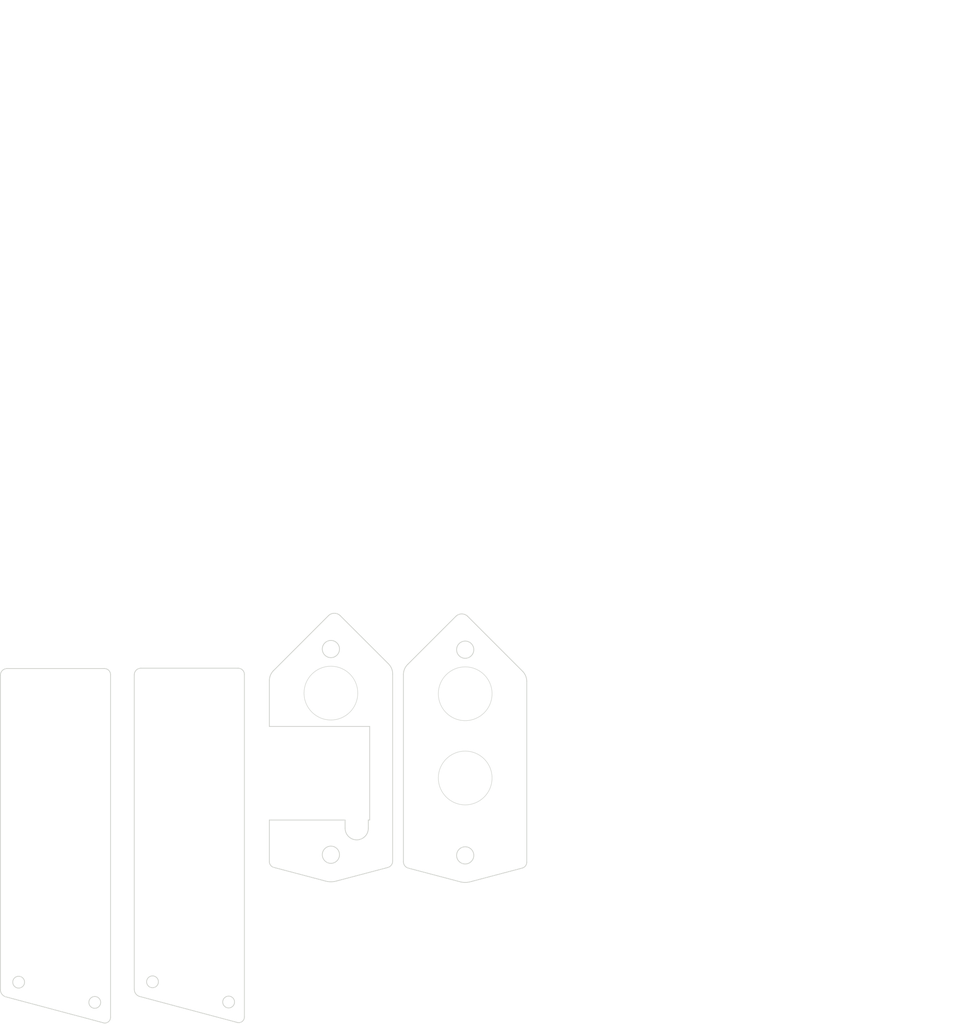
<source format=kicad_pcb>
(kicad_pcb (version 20211014) (generator pcbnew)
  (layers (0 "F.Cu" signal) (31 "B.Cu" signal) (34 "B.Paste" user) (35 "F.Paste" user) (36 "B.SilkS" user "B.Silkscreen") (37 "F.SilkS" user "F.Silkscreen") (38 "B.Mask" user) (39 "F.Mask" user) (44 "Edge.Cuts" user))
  (net 0 "")
  (footprint "jw_custom_footprint:MountingHole_2.2mm_M2_cutout" (layer "F.Cu") (at 123.858708 146.170091)
    (fp_text reference "MCU_2" hide)
    (fp_text value "HOLE")
    (fp_circle (center 0 0) (end 1.1 0) (layer "Edge.Cuts") (width 0.15) (fill none))
  )
  (footprint "jw_custom_footprint:MountingHole_2.2mm_M2_cutout" (layer "F.Cu") (at 109.698934 142.410891 180)
    (fp_text reference "MCU_1" hide)
    (fp_text value "HOLE")
    (fp_circle (center 0 0) (end 1.1 0) (layer "Edge.Cuts") (width 0.15) (fill none))
  )
  (footprint "jw_custom_footprint:contact_button_10mm" (layer "F.Cu") (at 167.868636 88.863537 -90)
    (fp_text reference "SW16" hide)
    (fp_text value "SW_Contact_Pad")
    (fp_circle (center 0 0) (end 5 0) (layer "Edge.Cuts") (width 0.1) (fill none))
  )
  (footprint "jw_custom_footprint:MountingHole_2.2mm_M2_cutout" (layer "F.Cu") (at 98.954297 146.236579)
    (fp_text reference "MCU_2" hide)
    (fp_text value "HOLE")
    (fp_circle (center 0 0) (end 1.1 0) (layer "Edge.Cuts") (width 0.15) (fill none))
  )
  (footprint "jw_custom_footprint:contact_button_10mm" (layer "F.Cu") (at 167.868636 104.521911 -90)
    (fp_text reference "SW17" hide)
    (fp_text value "SW_Contact_Pad")
    (fp_circle (center 0 0) (end 5 0) (layer "Edge.Cuts") (width 0.1) (fill none))
  )
  (footprint "jw_custom_footprint:MountingHole_3.2mm_M3_cutout" (layer "F.Cu") (at 167.868636 118.907401 -90)
    (fp_text reference "JY_BT_2" hide)
    (fp_text value "HOLE")
    (fp_circle (center 0 0) (end 1.6 0) (layer "Edge.Cuts") (width 0.15) (fill none))
  )
  (footprint "jw_custom_footprint:MountingHole_3.2mm_M3_cutout" (layer "F.Cu") (at 167.868636 80.671145 -90)
    (fp_text reference "JY_BT_1" hide)
    (fp_text value "HOLE")
    (fp_circle (center 0 0) (end 1.6 0) (layer "Edge.Cuts") (width 0.15) (fill none))
  )
  (footprint "jw_custom_footprint:MountingHole_2.2mm_M2_cutout" (layer "F.Cu") (at 84.794523 142.477379 180)
    (fp_text reference "MCU_1" hide)
    (fp_text value "HOLE")
    (fp_circle (center 0 0) (end 1.1 0) (layer "Edge.Cuts") (width 0.15) (fill none))
  )
  (footprint "jw_custom_footprint:contact_button_10mm" (layer "B.Cu") (at 142.883636 88.744126 -90)
    (fp_text reference "SW16" hide)
    (fp_text value "SW_Contact_Pad")
    (fp_circle (center 0 0) (end 5 0) (layer "Edge.Cuts") (width 0.1) (fill none))
  )
  (footprint "jw_custom_footprint:MountingHole_3.2mm_M3_cutout" (layer "B.Cu") (at 142.883636 118.78799 -90)
    (fp_text reference "JY_BT_2" hide)
    (fp_text value "HOLE")
    (fp_circle (center 0 0) (end 1.6 0) (layer "Edge.Cuts") (width 0.15) (fill none))
  )
  (footprint "jw_custom_footprint:MountingHole_3.2mm_M3_cutout" (layer "B.Cu") (at 142.883636 80.551734 -90)
    (fp_text reference "JY_BT_1" hide)
    (fp_text value "HOLE")
    (fp_circle (center 0 0) (end 1.6 0) (layer "Edge.Cuts") (width 0.15) (fill none))
  )
  (gr_arc (start 153.560955 83.270301) (mid 154.184819 84.199534) (end 154.376136 85.302301) (layer "Edge.Cuts") (width 0.15))
  (gr_arc (start 142.458205 74.316746) (mid 143.523825 73.903337) (end 144.589436 74.316746) (layer "Edge.Cuts") (width 0.15))
  (gr_line (start 131.432236 86.407146) (end 131.432236 94.941546) (layer "Edge.Cuts") (width 0.15))
  (gr_line (start 150.101236 112.340546) (end 149.847236 112.340546) (layer "Edge.Cuts") (width 0.15))
  (gr_arc (start 156.376136 85.302301) (mid 156.590807 84.263779) (end 157.191317 83.389712) (layer "Edge.Cuts") (width 0.15))
  (gr_arc (start 126.792324 148.939097) (mid 126.364807 149.795779) (end 125.420724 149.955097) (layer "Edge.Cuts") (width 0.15))
  (gr_line (start 126.792324 148.939097) (end 126.792324 85.286697) (layer "Edge.Cuts") (width 0.15))
  (gr_line (start 125.623924 84.114746) (end 107.529463 84.114746) (layer "Edge.Cuts") (width 0.15))
  (gr_arc (start 179.320036 120.206957) (mid 179.068185 120.886033) (end 178.456436 121.273757) (layer "Edge.Cuts") (width 0.15))
  (gr_line (start 150.101236 94.941546) (end 131.432236 94.941546) (layer "Edge.Cuts") (width 0.15))
  (gr_arc (start 178.608836 84.748557) (mid 179.126018 85.572923) (end 179.320036 86.526557) (layer "Edge.Cuts") (width 0.15))
  (gr_arc (start 166.162836 74.436157) (mid 167.228447 74.022807) (end 168.294067 74.436157) (layer "Edge.Cuts") (width 0.15))
  (gr_arc (start 144.030636 123.643546) (mid 142.887636 123.816254) (end 141.744636 123.643546) (layer "Edge.Cuts") (width 0.15))
  (gr_line (start 144.589436 74.316746) (end 153.560955 83.270301) (layer "Edge.Cuts") (width 0.15))
  (gr_arc (start 132.295836 121.154346) (mid 131.684054 120.766647) (end 131.432236 120.087546) (layer "Edge.Cuts") (width 0.15))
  (gr_arc (start 149.847236 113.864546) (mid 147.688236 116.023561) (end 145.529236 113.864546) (layer "Edge.Cuts") (width 0.15))
  (gr_line (start 101.887913 149.005585) (end 101.887913 85.353185) (layer "Edge.Cuts") (width 0.15))
  (gr_arc (start 157.272836 121.273757) (mid 156.628436 120.83684) (end 156.376136 120.100301) (layer "Edge.Cuts") (width 0.15))
  (gr_arc (start 154.376136 119.914838) (mid 154.143892 120.690934) (end 153.479436 121.154346) (layer "Edge.Cuts") (width 0.15))
  (gr_arc (start 101.887913 149.005585) (mid 101.460396 149.862267) (end 100.516313 150.021585) (layer "Edge.Cuts") (width 0.15))
  (gr_arc (start 125.623924 84.114746) (mid 126.453325 84.456258) (end 126.792324 85.286697) (layer "Edge.Cuts") (width 0.15))
  (gr_arc (start 169.007636 123.762957) (mid 167.864636 123.935663) (end 166.721636 123.762957) (layer "Edge.Cuts") (width 0.15))
  (gr_line (start 153.479436 121.154346) (end 144.030636 123.643546) (layer "Edge.Cuts") (width 0.15))
  (gr_line (start 154.376136 119.914838) (end 154.376136 85.302301) (layer "Edge.Cuts") (width 0.15))
  (gr_arc (start 82.46649 145.220985) (mid 81.694913 144.720433) (end 81.39969 143.849385) (layer "Edge.Cuts") (width 0.15))
  (gr_line (start 131.432236 112.340546) (end 131.432236 120.087546) (layer "Edge.Cuts") (width 0.15))
  (gr_arc (start 81.39969 85.404069) (mid 81.762299 84.542063) (end 82.625052 84.181234) (layer "Edge.Cuts") (width 0.15))
  (gr_line (start 149.847236 112.340546) (end 149.847236 113.864546) (layer "Edge.Cuts") (width 0.15))
  (gr_line (start 168.294067 74.436157) (end 178.608836 84.748557) (layer "Edge.Cuts") (width 0.15))
  (gr_arc (start 100.719513 84.181234) (mid 101.559265 84.512427) (end 101.887913 85.353185) (layer "Edge.Cuts") (width 0.15))
  (gr_line (start 156.376136 85.302301) (end 156.376136 120.100301) (layer "Edge.Cuts") (width 0.15))
  (gr_line (start 81.39969 85.404069) (end 81.39969 143.849385) (layer "Edge.Cuts") (width 0.15))
  (gr_line (start 150.101236 112.340546) (end 150.101236 94.941546) (layer "Edge.Cuts") (width 0.15))
  (gr_line (start 132.143436 84.629146) (end 142.458205 74.316746) (layer "Edge.Cuts") (width 0.15))
  (gr_line (start 179.320036 120.206957) (end 179.320036 86.526557) (layer "Edge.Cuts") (width 0.15))
  (gr_arc (start 131.432236 86.407146) (mid 131.626278 85.453526) (end 132.143436 84.629146) (layer "Edge.Cuts") (width 0.15))
  (gr_line (start 132.295836 121.154346) (end 141.744636 123.643546) (layer "Edge.Cuts") (width 0.15))
  (gr_line (start 100.516313 150.021585) (end 82.46649 145.220985) (layer "Edge.Cuts") (width 0.15))
  (gr_line (start 166.721636 123.762957) (end 157.272836 121.273757) (layer "Edge.Cuts") (width 0.15))
  (gr_line (start 145.529236 112.340546) (end 145.529236 113.864546) (layer "Edge.Cuts") (width 0.15))
  (gr_arc (start 106.304101 85.337581) (mid 106.66671 84.475575) (end 107.529463 84.114746) (layer "Edge.Cuts") (width 0.15))
  (gr_line (start 157.191317 83.389712) (end 166.162836 74.436157) (layer "Edge.Cuts") (width 0.15))
  (gr_line (start 125.420724 149.955097) (end 107.370901 145.154497) (layer "Edge.Cuts") (width 0.15))
  (gr_line (start 145.529236 112.340546) (end 131.432236 112.340546) (layer "Edge.Cuts") (width 0.15))
  (gr_line (start 100.719513 84.181234) (end 82.625052 84.181234) (layer "Edge.Cuts") (width 0.15))
  (gr_line (start 106.304101 85.337581) (end 106.304101 143.782897) (layer "Edge.Cuts") (width 0.15))
  (gr_arc (start 107.370901 145.154497) (mid 106.599324 144.653945) (end 106.304101 143.782897) (layer "Edge.Cuts") (width 0.15))
  (gr_line (start 169.007636 123.762957) (end 178.456436 121.273757) (layer "Edge.Cuts") (width 0.15))
)
</source>
